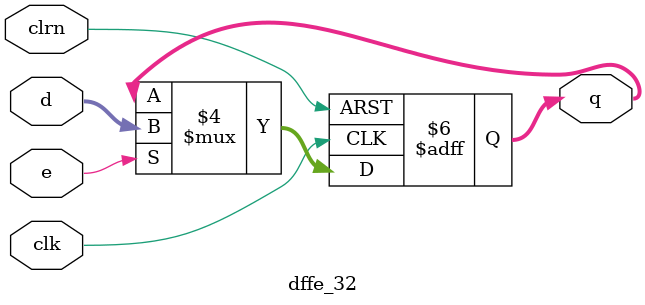
<source format=v>
`timescale 1ns / 1ps


module dffe_32(d,clk,clrn,e,q);
    input [31:0] d;
    input clk,clrn,e;
    output [31:0] q;
    reg [31:0] q;

    always@(negedge clrn or posedge clk)
    begin
        if(clrn == 0) begin
            q<=0;
        end else begin
        if(e == 1) q<=d;
        end
    end
endmodule

</source>
